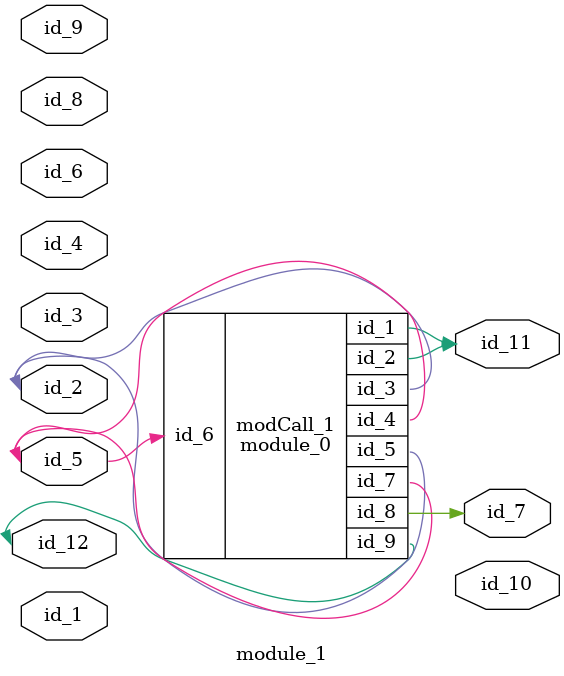
<source format=v>
module module_0 (
    id_1,
    id_2,
    id_3,
    id_4,
    id_5,
    id_6,
    id_7,
    id_8,
    id_9
);
  output wire id_9;
  output wire id_8;
  output wire id_7;
  input wire id_6;
  inout wire id_5;
  inout wire id_4;
  inout wire id_3;
  output wire id_2;
  output wire id_1;
  assign id_3 = id_5;
  assign id_4 = 1'b0;
  wire id_10;
  wire id_11;
endmodule
module module_1 (
    id_1,
    id_2,
    id_3,
    id_4,
    id_5,
    id_6,
    id_7,
    id_8,
    id_9,
    id_10,
    id_11,
    id_12
);
  inout wire id_12;
  output wire id_11;
  output wire id_10;
  input wire id_9;
  input wire id_8;
  output wire id_7;
  input wire id_6;
  inout wire id_5;
  input wire id_4;
  inout wire id_3;
  inout wire id_2;
  input wire id_1;
  module_0 modCall_1 (
      id_11,
      id_11,
      id_2,
      id_5,
      id_2,
      id_5,
      id_5,
      id_7,
      id_12
  );
  wire id_13;
endmodule

</source>
